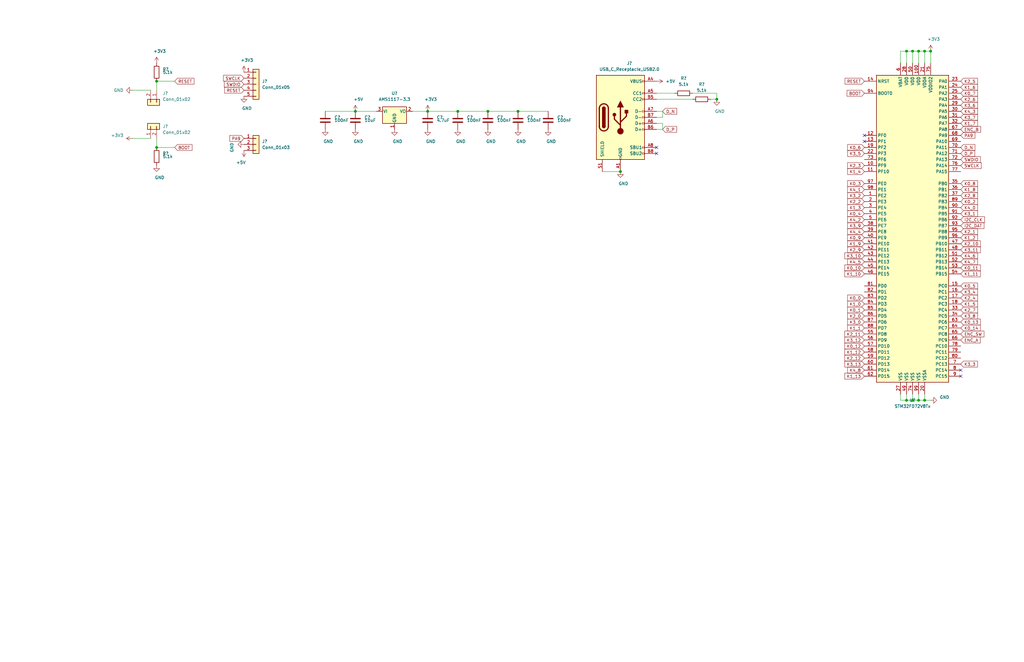
<source format=kicad_sch>
(kicad_sch (version 20211123) (generator eeschema)
  (paper "USLedger")
  (lib_symbols
    (symbol "Connector:USB_C_Receptacle_USB2.0" (pin_names (offset 1.016))
      (property "Reference" "J" (at -10.16 19.05 0))
      (property "Value" "USB_C_Receptacle_USB2.0" (at 19.05 19.05 0))
      (symbol "USB_C_Receptacle_USB2.0_0_0"
        (rectangle (start -0.254 -17.78) (end 0.254 -16.764))
        (rectangle (start 10.16 -14.986) (end 9.144 -15.494))
        (rectangle (start 10.16 -12.446) (end 9.144 -12.954))
        (rectangle (start 10.16 -4.826) (end 9.144 -5.334))
        (rectangle (start 10.16 -2.286) (end 9.144 -2.794))
        (rectangle (start 10.16 0.254) (end 9.144 -0.254))
        (rectangle (start 10.16 2.794) (end 9.144 2.286))
        (rectangle (start 10.16 7.874) (end 9.144 7.366))
        (rectangle (start 10.16 10.414) (end 9.144 9.906))
        (rectangle (start 10.16 15.494) (end 9.144 14.986))
      )
      (symbol "USB_C_Receptacle_USB2.0_0_1"
        (rectangle (start -10.16 17.78) (end 10.16 -17.78) (stroke (width 0.254)) (fill (type background)))
        (arc (start -8.89 -3.81) (mid -6.985 -5.715) (end -5.08 -3.81) (stroke (width 0.508)))
        (arc (start -7.62 -3.81) (mid -6.985 -4.445) (end -6.35 -3.81) (stroke (width 0.254)))
        (arc (start -7.62 -3.81) (mid -6.985 -4.445) (end -6.35 -3.81) (stroke (width 0.254)) (fill (type outline)))
        (rectangle (start -7.62 -3.81) (end -6.35 3.81) (stroke (width 0.254)) (fill (type outline)))
        (arc (start -6.35 3.81) (mid -6.985 4.445) (end -7.62 3.81) (stroke (width 0.254)))
        (arc (start -6.35 3.81) (mid -6.985 4.445) (end -7.62 3.81) (stroke (width 0.254)) (fill (type outline)))
        (arc (start -5.08 3.81) (mid -6.985 5.715) (end -8.89 3.81) (stroke (width 0.508)))
        (circle (center -2.54 1.143) (radius 0.635) (stroke (width 0.254)) (fill (type outline)))
        (circle (center 0 -5.842) (radius 1.27) (fill (type outline)))
        (polyline (pts (xy -8.89 -3.81) (xy -8.89 3.81)) (stroke (width 0.508)))
        (polyline (pts (xy -5.08 3.81) (xy -5.08 -3.81)) (stroke (width 0.508)))
        (polyline (pts (xy 0 -5.842) (xy 0 4.318)) (stroke (width 0.508)))
        (polyline (pts (xy 0 -3.302) (xy -2.54 -0.762) (xy -2.54 0.508)) (stroke (width 0.508)))
        (polyline (pts (xy 0 -2.032) (xy 2.54 0.508) (xy 2.54 1.778)) (stroke (width 0.508)))
        (polyline (pts (xy -1.27 4.318) (xy 0 6.858) (xy 1.27 4.318) (xy -1.27 4.318)) (stroke (width 0.254)) (fill (type outline)))
        (rectangle (start 1.905 1.778) (end 3.175 3.048) (stroke (width 0.254)) (fill (type outline)))
      )
      (symbol "USB_C_Receptacle_USB2.0_1_1"
        (pin passive line (at 0 -22.86 90) (length 5.08) (name "GND") (number "A1"))
        (pin passive line (at 0 -22.86 90) (length 5.08) hide (name "GND") (number "A12"))
        (pin passive line (at 15.24 15.24 180) (length 5.08) (name "VBUS") (number "A4"))
        (pin bidirectional line (at 15.24 10.16 180) (length 5.08) (name "CC1") (number "A5"))
        (pin bidirectional line (at 15.24 -2.54 180) (length 5.08) (name "D+") (number "A6"))
        (pin bidirectional line (at 15.24 2.54 180) (length 5.08) (name "D-") (number "A7"))
        (pin bidirectional line (at 15.24 -12.7 180) (length 5.08) (name "SBU1") (number "A8"))
        (pin passive line (at 15.24 15.24 180) (length 5.08) hide (name "VBUS") (number "A9"))
        (pin passive line (at 0 -22.86 90) (length 5.08) hide (name "GND") (number "B1"))
        (pin passive line (at 0 -22.86 90) (length 5.08) hide (name "GND") (number "B12"))
        (pin passive line (at 15.24 15.24 180) (length 5.08) hide (name "VBUS") (number "B4"))
        (pin bidirectional line (at 15.24 7.62 180) (length 5.08) (name "CC2") (number "B5"))
        (pin bidirectional line (at 15.24 -5.08 180) (length 5.08) (name "D+") (number "B6"))
        (pin bidirectional line (at 15.24 0 180) (length 5.08) (name "D-") (number "B7"))
        (pin bidirectional line (at 15.24 -15.24 180) (length 5.08) (name "SBU2") (number "B8"))
        (pin passive line (at 15.24 15.24 180) (length 5.08) hide (name "VBUS") (number "B9"))
        (pin passive line (at -7.62 -22.86 90) (length 5.08) (name "SHIELD") (number "S1"))
      )
    )
    (symbol "Connector_Generic:Conn_01x02" (pin_names (offset 1.016) hide)
      (property "Reference" "J" (at 0 2.54 0))
      (property "Value" "Conn_01x02" (at 0 -5.08 0))
      (symbol "Conn_01x02_1_1"
        (rectangle (start -1.27 -2.413) (end 0 -2.667) (stroke (width 0.1524)))
        (rectangle (start -1.27 0.127) (end 0 -0.127) (stroke (width 0.1524)))
        (rectangle (start -1.27 1.27) (end 1.27 -3.81) (stroke (width 0.254)) (fill (type background)))
        (pin passive line (at -5.08 0 0) (length 3.81) (name "Pin_1") (number "1"))
        (pin passive line (at -5.08 -2.54 0) (length 3.81) (name "Pin_2") (number "2"))
      )
    )
    (symbol "Connector_Generic:Conn_01x03" (pin_names (offset 1.016) hide)
      (property "Reference" "J" (at 0 5.08 0))
      (property "Value" "Conn_01x03" (at 0 -5.08 0))
      (symbol "Conn_01x03_1_1"
        (rectangle (start -1.27 -2.413) (end 0 -2.667) (stroke (width 0.1524)))
        (rectangle (start -1.27 0.127) (end 0 -0.127) (stroke (width 0.1524)))
        (rectangle (start -1.27 2.667) (end 0 2.413) (stroke (width 0.1524)))
        (rectangle (start -1.27 3.81) (end 1.27 -3.81) (stroke (width 0.254)) (fill (type background)))
        (pin passive line (at -5.08 2.54 0) (length 3.81) (name "Pin_1") (number "1"))
        (pin passive line (at -5.08 0 0) (length 3.81) (name "Pin_2") (number "2"))
        (pin passive line (at -5.08 -2.54 0) (length 3.81) (name "Pin_3") (number "3"))
      )
    )
    (symbol "Connector_Generic:Conn_01x05" (pin_names (offset 1.016) hide)
      (property "Reference" "J" (at 0 7.62 0))
      (property "Value" "Conn_01x05" (at 0 -7.62 0))
      (symbol "Conn_01x05_1_1"
        (rectangle (start -1.27 -4.953) (end 0 -5.207) (stroke (width 0.1524)))
        (rectangle (start -1.27 -2.413) (end 0 -2.667) (stroke (width 0.1524)))
        (rectangle (start -1.27 0.127) (end 0 -0.127) (stroke (width 0.1524)))
        (rectangle (start -1.27 2.667) (end 0 2.413) (stroke (width 0.1524)))
        (rectangle (start -1.27 5.207) (end 0 4.953) (stroke (width 0.1524)))
        (rectangle (start -1.27 6.35) (end 1.27 -6.35) (stroke (width 0.254)) (fill (type background)))
        (pin passive line (at -5.08 5.08 0) (length 3.81) (name "Pin_1") (number "1"))
        (pin passive line (at -5.08 2.54 0) (length 3.81) (name "Pin_2") (number "2"))
        (pin passive line (at -5.08 0 0) (length 3.81) (name "Pin_3") (number "3"))
        (pin passive line (at -5.08 -2.54 0) (length 3.81) (name "Pin_4") (number "4"))
        (pin passive line (at -5.08 -5.08 0) (length 3.81) (name "Pin_5") (number "5"))
      )
    )
    (symbol "Device:C" (pin_numbers hide) (pin_names (offset 0.254))
      (property "Reference" "C" (at 0.635 2.54 0))
      (property "Value" "C" (at 0.635 -2.54 0))
      (symbol "C_0_1"
        (polyline (pts (xy -2.032 -0.762) (xy 2.032 -0.762)) (stroke (width 0.508)))
        (polyline (pts (xy -2.032 0.762) (xy 2.032 0.762)) (stroke (width 0.508)))
      )
      (symbol "C_1_1"
        (pin passive line (at 0 3.81 270) (length 2.794) (name "~") (number "1"))
        (pin passive line (at 0 -3.81 90) (length 2.794) (name "~") (number "2"))
      )
    )
    (symbol "Device:R" (pin_numbers hide) (pin_names (offset 0))
      (property "Reference" "R" (at 2.032 0 90))
      (property "Value" "R" (at 0 0 90))
      (symbol "R_0_1"
        (rectangle (start -1.016 -2.54) (end 1.016 2.54) (stroke (width 0.254)))
      )
      (symbol "R_1_1"
        (pin passive line (at 0 3.81 270) (length 1.27) (name "~") (number "1"))
        (pin passive line (at 0 -3.81 90) (length 1.27) (name "~") (number "2"))
      )
    )
    (symbol "MCU_ST_STM32F0:STM32F072V8Tx"
      (property "Reference" "U" (at -15.24 64.77 0))
      (property "Value" "STM32F072V8Tx" (at 10.16 64.77 0))
      (symbol "STM32F072V8Tx_0_1"
        (rectangle (start -15.24 -66.04) (end 15.24 63.5) (stroke (width 0.254)) (fill (type background)))
      )
      (symbol "STM32F072V8Tx_1_1"
        (pin bidirectional line (at -20.32 12.7 0) (length 5.08) (name "PE2") (number "1"))
        (pin bidirectional line (at -20.32 25.4 0) (length 5.08) (name "PF9") (number "10"))
        (pin power_in line (at 2.54 68.58 270) (length 5.08) (name "VDD") (number "100"))
        (pin bidirectional line (at -20.32 22.86 0) (length 5.08) (name "PF10") (number "11"))
        (pin input line (at -20.32 38.1 0) (length 5.08) (name "PF0") (number "12"))
        (pin input line (at -20.32 35.56 0) (length 5.08) (name "PF1") (number "13"))
        (pin input line (at -20.32 60.96 0) (length 5.08) (name "NRST") (number "14"))
        (pin bidirectional line (at 20.32 -25.4 180) (length 5.08) (name "PC0") (number "15"))
        (pin bidirectional line (at 20.32 -27.94 180) (length 5.08) (name "PC1") (number "16"))
        (pin bidirectional line (at 20.32 -30.48 180) (length 5.08) (name "PC2") (number "17"))
        (pin bidirectional line (at 20.32 -33.02 180) (length 5.08) (name "PC3") (number "18"))
        (pin bidirectional line (at -20.32 33.02 0) (length 5.08) (name "PF2") (number "19"))
        (pin bidirectional line (at -20.32 10.16 0) (length 5.08) (name "PE3") (number "2"))
        (pin power_in line (at 5.08 -71.12 90) (length 5.08) (name "VSSA") (number "20"))
        (pin power_in line (at 5.08 68.58 270) (length 5.08) (name "VDDA") (number "21"))
        (pin bidirectional line (at -20.32 30.48 0) (length 5.08) (name "PF3") (number "22"))
        (pin bidirectional line (at 20.32 60.96 180) (length 5.08) (name "PA0") (number "23"))
        (pin bidirectional line (at 20.32 58.42 180) (length 5.08) (name "PA1") (number "24"))
        (pin bidirectional line (at 20.32 55.88 180) (length 5.08) (name "PA2") (number "25"))
        (pin bidirectional line (at 20.32 53.34 180) (length 5.08) (name "PA3") (number "26"))
        (pin power_in line (at -5.08 -71.12 90) (length 5.08) (name "VSS") (number "27"))
        (pin power_in line (at -2.54 68.58 270) (length 5.08) (name "VDD") (number "28"))
        (pin bidirectional line (at 20.32 50.8 180) (length 5.08) (name "PA4") (number "29"))
        (pin bidirectional line (at -20.32 7.62 0) (length 5.08) (name "PE4") (number "3"))
        (pin bidirectional line (at 20.32 48.26 180) (length 5.08) (name "PA5") (number "30"))
        (pin bidirectional line (at 20.32 45.72 180) (length 5.08) (name "PA6") (number "31"))
        (pin bidirectional line (at 20.32 43.18 180) (length 5.08) (name "PA7") (number "32"))
        (pin bidirectional line (at 20.32 -35.56 180) (length 5.08) (name "PC4") (number "33"))
        (pin bidirectional line (at 20.32 -38.1 180) (length 5.08) (name "PC5") (number "34"))
        (pin bidirectional line (at 20.32 17.78 180) (length 5.08) (name "PB0") (number "35"))
        (pin bidirectional line (at 20.32 15.24 180) (length 5.08) (name "PB1") (number "36"))
        (pin bidirectional line (at 20.32 12.7 180) (length 5.08) (name "PB2") (number "37"))
        (pin bidirectional line (at -20.32 0 0) (length 5.08) (name "PE7") (number "38"))
        (pin bidirectional line (at -20.32 -2.54 0) (length 5.08) (name "PE8") (number "39"))
        (pin bidirectional line (at -20.32 5.08 0) (length 5.08) (name "PE5") (number "4"))
        (pin bidirectional line (at -20.32 -5.08 0) (length 5.08) (name "PE9") (number "40"))
        (pin bidirectional line (at -20.32 -7.62 0) (length 5.08) (name "PE10") (number "41"))
        (pin bidirectional line (at -20.32 -10.16 0) (length 5.08) (name "PE11") (number "42"))
        (pin bidirectional line (at -20.32 -12.7 0) (length 5.08) (name "PE12") (number "43"))
        (pin bidirectional line (at -20.32 -15.24 0) (length 5.08) (name "PE13") (number "44"))
        (pin bidirectional line (at -20.32 -17.78 0) (length 5.08) (name "PE14") (number "45"))
        (pin bidirectional line (at -20.32 -20.32 0) (length 5.08) (name "PE15") (number "46"))
        (pin bidirectional line (at 20.32 -7.62 180) (length 5.08) (name "PB10") (number "47"))
        (pin bidirectional line (at 20.32 -10.16 180) (length 5.08) (name "PB11") (number "48"))
        (pin power_in line (at -2.54 -71.12 90) (length 5.08) (name "VSS") (number "49"))
        (pin bidirectional line (at -20.32 2.54 0) (length 5.08) (name "PE6") (number "5"))
        (pin power_in line (at 0 68.58 270) (length 5.08) (name "VDD") (number "50"))
        (pin bidirectional line (at 20.32 -12.7 180) (length 5.08) (name "PB12") (number "51"))
        (pin bidirectional line (at 20.32 -15.24 180) (length 5.08) (name "PB13") (number "52"))
        (pin bidirectional line (at 20.32 -17.78 180) (length 5.08) (name "PB14") (number "53"))
        (pin bidirectional line (at 20.32 -20.32 180) (length 5.08) (name "PB15") (number "54"))
        (pin bidirectional line (at -20.32 -45.72 0) (length 5.08) (name "PD8") (number "55"))
        (pin bidirectional line (at -20.32 -48.26 0) (length 5.08) (name "PD9") (number "56"))
        (pin bidirectional line (at -20.32 -50.8 0) (length 5.08) (name "PD10") (number "57"))
        (pin bidirectional line (at -20.32 -53.34 0) (length 5.08) (name "PD11") (number "58"))
        (pin bidirectional line (at -20.32 -55.88 0) (length 5.08) (name "PD12") (number "59"))
        (pin power_in line (at -5.08 68.58 270) (length 5.08) (name "VBAT") (number "6"))
        (pin bidirectional line (at -20.32 -58.42 0) (length 5.08) (name "PD13") (number "60"))
        (pin bidirectional line (at -20.32 -60.96 0) (length 5.08) (name "PD14") (number "61"))
        (pin bidirectional line (at -20.32 -63.5 0) (length 5.08) (name "PD15") (number "62"))
        (pin bidirectional line (at 20.32 -40.64 180) (length 5.08) (name "PC6") (number "63"))
        (pin bidirectional line (at 20.32 -43.18 180) (length 5.08) (name "PC7") (number "64"))
        (pin bidirectional line (at 20.32 -45.72 180) (length 5.08) (name "PC8") (number "65"))
        (pin bidirectional line (at 20.32 -48.26 180) (length 5.08) (name "PC9") (number "66"))
        (pin bidirectional line (at 20.32 40.64 180) (length 5.08) (name "PA8") (number "67"))
        (pin bidirectional line (at 20.32 38.1 180) (length 5.08) (name "PA9") (number "68"))
        (pin bidirectional line (at 20.32 35.56 180) (length 5.08) (name "PA10") (number "69"))
        (pin bidirectional line (at 20.32 -58.42 180) (length 5.08) (name "PC13") (number "7"))
        (pin bidirectional line (at 20.32 33.02 180) (length 5.08) (name "PA11") (number "70"))
        (pin bidirectional line (at 20.32 30.48 180) (length 5.08) (name "PA12") (number "71"))
        (pin bidirectional line (at 20.32 27.94 180) (length 5.08) (name "PA13") (number "72"))
        (pin bidirectional line (at -20.32 27.94 0) (length 5.08) (name "PF6") (number "73"))
        (pin power_in line (at 0 -71.12 90) (length 5.08) (name "VSS") (number "74"))
        (pin power_in line (at 7.62 68.58 270) (length 5.08) (name "VDDIO2") (number "75"))
        (pin bidirectional line (at 20.32 25.4 180) (length 5.08) (name "PA14") (number "76"))
        (pin bidirectional line (at 20.32 22.86 180) (length 5.08) (name "PA15") (number "77"))
        (pin bidirectional line (at 20.32 -50.8 180) (length 5.08) (name "PC10") (number "78"))
        (pin bidirectional line (at 20.32 -53.34 180) (length 5.08) (name "PC11") (number "79"))
        (pin bidirectional line (at 20.32 -60.96 180) (length 5.08) (name "PC14") (number "8"))
        (pin bidirectional line (at 20.32 -55.88 180) (length 5.08) (name "PC12") (number "80"))
        (pin bidirectional line (at -20.32 -25.4 0) (length 5.08) (name "PD0") (number "81"))
        (pin bidirectional line (at -20.32 -27.94 0) (length 5.08) (name "PD1") (number "82"))
        (pin bidirectional line (at -20.32 -30.48 0) (length 5.08) (name "PD2") (number "83"))
        (pin bidirectional line (at -20.32 -33.02 0) (length 5.08) (name "PD3") (number "84"))
        (pin bidirectional line (at -20.32 -35.56 0) (length 5.08) (name "PD4") (number "85"))
        (pin bidirectional line (at -20.32 -38.1 0) (length 5.08) (name "PD5") (number "86"))
        (pin bidirectional line (at -20.32 -40.64 0) (length 5.08) (name "PD6") (number "87"))
        (pin bidirectional line (at -20.32 -43.18 0) (length 5.08) (name "PD7") (number "88"))
        (pin bidirectional line (at 20.32 10.16 180) (length 5.08) (name "PB3") (number "89"))
        (pin bidirectional line (at 20.32 -63.5 180) (length 5.08) (name "PC15") (number "9"))
        (pin bidirectional line (at 20.32 7.62 180) (length 5.08) (name "PB4") (number "90"))
        (pin bidirectional line (at 20.32 5.08 180) (length 5.08) (name "PB5") (number "91"))
        (pin bidirectional line (at 20.32 2.54 180) (length 5.08) (name "PB6") (number "92"))
        (pin bidirectional line (at 20.32 0 180) (length 5.08) (name "PB7") (number "93"))
        (pin input line (at -20.32 55.88 0) (length 5.08) (name "BOOT0") (number "94"))
        (pin bidirectional line (at 20.32 -2.54 180) (length 5.08) (name "PB8") (number "95"))
        (pin bidirectional line (at 20.32 -5.08 180) (length 5.08) (name "PB9") (number "96"))
        (pin bidirectional line (at -20.32 17.78 0) (length 5.08) (name "PE0") (number "97"))
        (pin bidirectional line (at -20.32 15.24 0) (length 5.08) (name "PE1") (number "98"))
        (pin power_in line (at 2.54 -71.12 90) (length 5.08) (name "VSS") (number "99"))
      )
    )
    (symbol "Regulator_Linear:AMS1117-3.3" (pin_names (offset 0.254))
      (property "Reference" "U" (at -3.81 3.175 0))
      (property "Value" "AMS1117-3.3" (at 0 3.175 0))
      (symbol "AMS1117-3.3_0_1"
        (rectangle (start -5.08 -5.08) (end 5.08 1.905) (stroke (width 0.254)) (fill (type background)))
      )
      (symbol "AMS1117-3.3_1_1"
        (pin power_in line (at 0 -7.62 90) (length 2.54) (name "GND") (number "1"))
        (pin power_out line (at 7.62 0 180) (length 2.54) (name "VO") (number "2"))
        (pin power_in line (at -7.62 0 0) (length 2.54) (name "VI") (number "3"))
      )
    )
    (symbol "power:+3V3" (power) (pin_names (offset 0))
      (property "Value" "+3V3" (at 0 3.556 0))
      (symbol "+3V3_0_1"
        (polyline (pts (xy -0.762 1.27) (xy 0 2.54)))
        (polyline (pts (xy 0 0) (xy 0 2.54)))
        (polyline (pts (xy 0 2.54) (xy 0.762 1.27)))
      )
      (symbol "+3V3_1_1"
        (pin power_in line (at 0 0 90) (length 0) hide (name "+3V3") (number "1"))
      )
    )
    (symbol "power:+5V" (power) (pin_names (offset 0))
      (property "Value" "+5V" (at 0 3.556 0))
      (symbol "+5V_0_1"
        (polyline (pts (xy -0.762 1.27) (xy 0 2.54)))
        (polyline (pts (xy 0 0) (xy 0 2.54)))
        (polyline (pts (xy 0 2.54) (xy 0.762 1.27)))
      )
      (symbol "+5V_1_1"
        (pin power_in line (at 0 0 90) (length 0) hide (name "+5V") (number "1"))
      )
    )
    (symbol "power:GND" (power) (pin_names (offset 0))
      (property "Value" "GND" (at 0 -3.81 0))
      (symbol "GND_0_1"
        (polyline (pts (xy 0 0) (xy 0 -1.27) (xy 1.27 -1.27) (xy 0 -2.54) (xy -1.27 -1.27) (xy 0 -1.27)))
      )
      (symbol "GND_1_1"
        (pin power_in line (at 0 0 270) (length 0) hide (name "GND") (number "1"))
      )
    )
  )
  (junction (at 387.35 168.91) (diameter 1.016))
  (junction (at 384.81 21.59) (diameter 1.016))
  (junction (at 392.43 21.59) (diameter 1.016))
  (junction (at 382.27 168.91) (diameter 1.016))
  (junction (at 66.04 34.29) (diameter 1.016))
  (junction (at 382.27 21.59) (diameter 1.016))
  (junction (at 261.62 72.39) (diameter 1.016))
  (junction (at 387.35 21.59) (diameter 1.016))
  (junction (at 384.81 168.91) (diameter 1.016))
  (junction (at 302.26 41.91) (diameter 1.016))
  (junction (at 66.04 62.23) (diameter 1.016))
  (junction (at 205.74 46.99) (diameter 1.016))
  (junction (at 389.89 168.91) (diameter 1.016))
  (junction (at 193.04 46.99) (diameter 1.016))
  (junction (at 180.34 46.99) (diameter 1.016))
  (junction (at 389.89 21.59) (diameter 1.016))
  (junction (at 149.86 46.99) (diameter 1.016))
  (junction (at 218.44 46.99) (diameter 1.016))
  (no_connect (at 364.49 59.69))
  (no_connect (at 405.13 158.75))
  (no_connect (at 276.86 62.23))
  (no_connect (at 276.86 64.77))
  (no_connect (at 364.49 57.15))
  (no_connect (at 405.13 156.21))
  (wire (pts (xy 382.27 21.59) (xy 382.27 26.67)))
  (wire (pts (xy 193.04 46.99) (xy 205.74 46.99)))
  (wire (pts (xy 276.86 54.61) (xy 279.4 54.61)))
  (wire (pts (xy 382.27 166.37) (xy 382.27 168.91)))
  (wire (pts (xy 382.27 21.59) (xy 384.81 21.59)))
  (wire (pts (xy 205.74 46.99) (xy 218.44 46.99)))
  (wire (pts (xy 387.35 168.91) (xy 389.89 168.91)))
  (wire (pts (xy 276.86 39.37) (xy 284.48 39.37)))
  (wire (pts (xy 379.73 166.37) (xy 379.73 168.91)))
  (wire (pts (xy 299.72 41.91) (xy 302.26 41.91)))
  (wire (pts (xy 279.4 52.07) (xy 279.4 54.61)))
  (wire (pts (xy 389.89 21.59) (xy 392.43 21.59)))
  (wire (pts (xy 276.86 41.91) (xy 292.1 41.91)))
  (wire (pts (xy 292.1 39.37) (xy 302.26 39.37)))
  (wire (pts (xy 55.88 38.1) (xy 63.5 38.1)))
  (wire (pts (xy 276.86 46.99) (xy 279.4 46.99)))
  (wire (pts (xy 254 72.39) (xy 261.62 72.39)))
  (wire (pts (xy 173.99 46.99) (xy 180.34 46.99)))
  (wire (pts (xy 384.81 21.59) (xy 387.35 21.59)))
  (wire (pts (xy 389.89 21.59) (xy 389.89 26.67)))
  (wire (pts (xy 379.73 21.59) (xy 382.27 21.59)))
  (wire (pts (xy 180.34 46.99) (xy 193.04 46.99)))
  (wire (pts (xy 387.35 21.59) (xy 387.35 26.67)))
  (wire (pts (xy 55.88 58.42) (xy 63.5 58.42)))
  (wire (pts (xy 384.81 21.59) (xy 384.81 26.67)))
  (wire (pts (xy 384.81 168.91) (xy 387.35 168.91)))
  (wire (pts (xy 379.73 168.91) (xy 382.27 168.91)))
  (wire (pts (xy 137.16 46.99) (xy 149.86 46.99)))
  (wire (pts (xy 66.04 62.23) (xy 73.66 62.23)))
  (wire (pts (xy 279.4 49.53) (xy 279.4 46.99)))
  (wire (pts (xy 389.89 168.91) (xy 392.43 168.91)))
  (wire (pts (xy 379.73 26.67) (xy 379.73 21.59)))
  (wire (pts (xy 276.86 52.07) (xy 279.4 52.07)))
  (wire (pts (xy 149.86 46.99) (xy 158.75 46.99)))
  (wire (pts (xy 276.86 49.53) (xy 279.4 49.53)))
  (wire (pts (xy 66.04 58.42) (xy 66.04 62.23)))
  (wire (pts (xy 392.43 21.59) (xy 392.43 26.67)))
  (wire (pts (xy 218.44 46.99) (xy 231.14 46.99)))
  (wire (pts (xy 302.26 39.37) (xy 302.26 41.91)))
  (wire (pts (xy 66.04 34.29) (xy 66.04 38.1)))
  (wire (pts (xy 389.89 166.37) (xy 389.89 168.91)))
  (wire (pts (xy 387.35 21.59) (xy 389.89 21.59)))
  (wire (pts (xy 382.27 168.91) (xy 384.81 168.91)))
  (wire (pts (xy 384.81 166.37) (xy 384.81 168.91)))
  (wire (pts (xy 66.04 34.29) (xy 73.66 34.29)))
  (wire (pts (xy 387.35 166.37) (xy 387.35 168.91)))
  (global_label "K1_13" (shape input) (at 364.49 158.75 180) (property "Intersheet References" "${INTERSHEET_REFS}" (effects hide)))
  (global_label "K0_8" (shape input) (at 405.13 77.47 0) (property "Intersheet References" "${INTERSHEET_REFS}" (effects hide)))
  (global_label "K1_4" (shape input) (at 364.49 72.39 180) (property "Intersheet References" "${INTERSHEET_REFS}" (effects hide)))
  (global_label "K0_1" (shape input) (at 364.49 130.81 180) (property "Intersheet References" "${INTERSHEET_REFS}" (effects hide)))
  (global_label "K1_0" (shape input) (at 364.49 128.27 180) (property "Intersheet References" "${INTERSHEET_REFS}" (effects hide)))
  (global_label "K0_11" (shape input) (at 405.13 113.03 0) (property "Intersheet References" "${INTERSHEET_REFS}" (effects hide)))
  (global_label "K1_6" (shape input) (at 405.13 36.83 0) (property "Intersheet References" "${INTERSHEET_REFS}" (effects hide)))
  (global_label "K0_4" (shape input) (at 364.49 90.17 180) (property "Intersheet References" "${INTERSHEET_REFS}" (effects hide)))
  (global_label "K3_9" (shape input) (at 364.49 95.25 180) (property "Intersheet References" "${INTERSHEET_REFS}" (effects hide)))
  (global_label "RESET" (shape input) (at 102.87 38.1 180) (property "Intersheet References" "${INTERSHEET_REFS}" (effects hide)))
  (global_label "K1_9" (shape input) (at 364.49 102.87 180) (property "Intersheet References" "${INTERSHEET_REFS}" (effects hide)))
  (global_label "PA9" (shape input) (at 102.87 58.42 180) (property "Intersheet References" "${INTERSHEET_REFS}" (effects hide)))
  (global_label "K4_6" (shape input) (at 405.13 107.95 0) (property "Intersheet References" "${INTERSHEET_REFS}" (effects hide)))
  (global_label "K2_4" (shape input) (at 405.13 125.73 0) (property "Intersheet References" "${INTERSHEET_REFS}" (effects hide)))
  (global_label "K0_13" (shape input) (at 405.13 135.89 0) (property "Intersheet References" "${INTERSHEET_REFS}" (effects hide)))
  (global_label "K0_2" (shape input) (at 405.13 85.09 0) (property "Intersheet References" "${INTERSHEET_REFS}" (effects hide)))
  (global_label "SWDIO" (shape input) (at 102.87 35.56 180) (property "Intersheet References" "${INTERSHEET_REFS}" (effects hide)))
  (global_label "K1_11" (shape input) (at 405.13 115.57 0) (property "Intersheet References" "${INTERSHEET_REFS}" (effects hide)))
  (global_label "K2_9" (shape input) (at 364.49 105.41 180) (property "Intersheet References" "${INTERSHEET_REFS}" (effects hide)))
  (global_label "PA9" (shape input) (at 405.13 57.15 0) (property "Intersheet References" "${INTERSHEET_REFS}" (effects hide)))
  (global_label "K0_0" (shape input) (at 364.49 125.73 180) (property "Intersheet References" "${INTERSHEET_REFS}" (effects hide)))
  (global_label "ENC_SW" (shape input) (at 405.13 140.97 0) (property "Intersheet References" "${INTERSHEET_REFS}" (effects hide)))
  (global_label "K0_7" (shape input) (at 405.13 39.37 0) (property "Intersheet References" "${INTERSHEET_REFS}" (effects hide)))
  (global_label "K4_7" (shape input) (at 405.13 110.49 0) (property "Intersheet References" "${INTERSHEET_REFS}" (effects hide)))
  (global_label "K0_3" (shape input) (at 364.49 77.47 180) (property "Intersheet References" "${INTERSHEET_REFS}" (effects hide)))
  (global_label "K3_6" (shape input) (at 405.13 44.45 0) (property "Intersheet References" "${INTERSHEET_REFS}" (effects hide)))
  (global_label "K3_11" (shape input) (at 405.13 105.41 0) (property "Intersheet References" "${INTERSHEET_REFS}" (effects hide)))
  (global_label "SWCLK" (shape input) (at 102.87 33.02 180) (property "Intersheet References" "${INTERSHEET_REFS}" (effects hide)))
  (global_label "K4_5" (shape input) (at 364.49 110.49 180) (property "Intersheet References" "${INTERSHEET_REFS}" (effects hide)))
  (global_label "D_P" (shape input) (at 279.4 54.61 0) (property "Intersheet References" "${INTERSHEET_REFS}" (effects hide)))
  (global_label "K1_7" (shape input) (at 405.13 52.07 0) (property "Intersheet References" "${INTERSHEET_REFS}" (effects hide)))
  (global_label "K3_3" (shape input) (at 405.13 153.67 0) (property "Intersheet References" "${INTERSHEET_REFS}" (effects hide)))
  (global_label "K2_5" (shape input) (at 405.13 34.29 0) (property "Intersheet References" "${INTERSHEET_REFS}" (effects hide)))
  (global_label "K0_6" (shape input) (at 364.49 62.23 180) (property "Intersheet References" "${INTERSHEET_REFS}" (effects hide)))
  (global_label "K3_13" (shape input) (at 364.49 153.67 180) (property "Intersheet References" "${INTERSHEET_REFS}" (effects hide)))
  (global_label "K1_3" (shape input) (at 364.49 87.63 180) (property "Intersheet References" "${INTERSHEET_REFS}" (effects hide)))
  (global_label "K0_12" (shape input) (at 364.49 146.05 180) (property "Intersheet References" "${INTERSHEET_REFS}" (effects hide)))
  (global_label "BOOT" (shape input) (at 73.66 62.23 0) (property "Intersheet References" "${INTERSHEET_REFS}" (effects hide)))
  (global_label "K0_10" (shape input) (at 364.49 113.03 180) (property "Intersheet References" "${INTERSHEET_REFS}" (effects hide)))
  (global_label "K3_5" (shape input) (at 364.49 64.77 180) (property "Intersheet References" "${INTERSHEET_REFS}" (effects hide)))
  (global_label "K3_1" (shape input) (at 405.13 90.17 0) (property "Intersheet References" "${INTERSHEET_REFS}" (effects hide)))
  (global_label "K3_0" (shape input) (at 364.49 135.89 180) (property "Intersheet References" "${INTERSHEET_REFS}" (effects hide)))
  (global_label "K1_1" (shape input) (at 364.49 138.43 180) (property "Intersheet References" "${INTERSHEET_REFS}" (effects hide)))
  (global_label "SWCLK" (shape input) (at 405.13 69.85 0) (property "Intersheet References" "${INTERSHEET_REFS}" (effects hide)))
  (global_label "K1_10" (shape input) (at 364.49 115.57 180) (property "Intersheet References" "${INTERSHEET_REFS}" (effects hide)))
  (global_label "K1_8" (shape input) (at 405.13 80.01 0) (property "Intersheet References" "${INTERSHEET_REFS}" (effects hide)))
  (global_label "K3_7" (shape input) (at 405.13 49.53 0) (property "Intersheet References" "${INTERSHEET_REFS}" (effects hide)))
  (global_label "K2_12" (shape input) (at 364.49 151.13 180) (property "Intersheet References" "${INTERSHEET_REFS}" (effects hide)))
  (global_label "K1_12" (shape input) (at 364.49 148.59 180) (property "Intersheet References" "${INTERSHEET_REFS}" (effects hide)))
  (global_label "K2_3" (shape input) (at 364.49 69.85 180) (property "Intersheet References" "${INTERSHEET_REFS}" (effects hide)))
  (global_label "K2_2" (shape input) (at 364.49 85.09 180) (property "Intersheet References" "${INTERSHEET_REFS}" (effects hide)))
  (global_label "K4_3" (shape input) (at 405.13 46.99 0) (property "Intersheet References" "${INTERSHEET_REFS}" (effects hide)))
  (global_label "K3_12" (shape input) (at 364.49 143.51 180) (property "Intersheet References" "${INTERSHEET_REFS}" (effects hide)))
  (global_label "K4_2" (shape input) (at 364.49 92.71 180) (property "Intersheet References" "${INTERSHEET_REFS}" (effects hide)))
  (global_label "K3_10" (shape input) (at 364.49 107.95 180) (property "Intersheet References" "${INTERSHEET_REFS}" (effects hide)))
  (global_label "D_P" (shape input) (at 405.13 64.77 0) (property "Intersheet References" "${INTERSHEET_REFS}" (effects hide)))
  (global_label "K4_8" (shape input) (at 364.49 156.21 180) (property "Intersheet References" "${INTERSHEET_REFS}" (effects hide)))
  (global_label "K2_10" (shape input) (at 405.13 102.87 0) (property "Intersheet References" "${INTERSHEET_REFS}" (effects hide)))
  (global_label "K2_11" (shape input) (at 364.49 140.97 180) (property "Intersheet References" "${INTERSHEET_REFS}" (effects hide)))
  (global_label "K1_5" (shape input) (at 405.13 128.27 0) (property "Intersheet References" "${INTERSHEET_REFS}" (effects hide)))
  (global_label "K2_6" (shape input) (at 405.13 41.91 0) (property "Intersheet References" "${INTERSHEET_REFS}" (effects hide)))
  (global_label "K4_4" (shape input) (at 364.49 97.79 180) (property "Intersheet References" "${INTERSHEET_REFS}" (effects hide)))
  (global_label "K2_7" (shape input) (at 405.13 130.81 0) (property "Intersheet References" "${INTERSHEET_REFS}" (effects hide)))
  (global_label "K2_0" (shape input) (at 364.49 133.35 180) (property "Intersheet References" "${INTERSHEET_REFS}" (effects hide)))
  (global_label "K3_8" (shape input) (at 405.13 133.35 0) (property "Intersheet References" "${INTERSHEET_REFS}" (effects hide)))
  (global_label "K4_0" (shape input) (at 405.13 87.63 0) (property "Intersheet References" "${INTERSHEET_REFS}" (effects hide)))
  (global_label "K0_14" (shape input) (at 405.13 138.43 0) (property "Intersheet References" "${INTERSHEET_REFS}" (effects hide)))
  (global_label "K2_1" (shape input) (at 405.13 97.79 0) (property "Intersheet References" "${INTERSHEET_REFS}" (effects hide)))
  (global_label "K4_1" (shape input) (at 364.49 80.01 180) (property "Intersheet References" "${INTERSHEET_REFS}" (effects hide)))
  (global_label "SWDIO" (shape input) (at 405.13 67.31 0) (property "Intersheet References" "${INTERSHEET_REFS}" (effects hide)))
  (global_label "ENC_B" (shape input) (at 405.13 54.61 0) (property "Intersheet References" "${INTERSHEET_REFS}" (effects hide)))
  (global_label "D_N" (shape input) (at 405.13 62.23 0) (property "Intersheet References" "${INTERSHEET_REFS}" (effects hide)))
  (global_label "RESET" (shape input) (at 73.66 34.29 0) (property "Intersheet References" "${INTERSHEET_REFS}" (effects hide)))
  (global_label "K0_5" (shape input) (at 405.13 120.65 0) (property "Intersheet References" "${INTERSHEET_REFS}" (effects hide)))
  (global_label "I2C_DAT" (shape input) (at 405.13 95.25 0) (property "Intersheet References" "${INTERSHEET_REFS}" (effects hide)))
  (global_label "ENC_A" (shape input) (at 405.13 143.51 0) (property "Intersheet References" "${INTERSHEET_REFS}" (effects hide)))
  (global_label "K2_8" (shape input) (at 405.13 82.55 0) (property "Intersheet References" "${INTERSHEET_REFS}" (effects hide)))
  (global_label "RESET" (shape input) (at 364.49 34.29 180) (property "Intersheet References" "${INTERSHEET_REFS}" (effects hide)))
  (global_label "K0_9" (shape input) (at 364.49 100.33 180) (property "Intersheet References" "${INTERSHEET_REFS}" (effects hide)))
  (global_label "K1_2" (shape input) (at 405.13 100.33 0) (property "Intersheet References" "${INTERSHEET_REFS}" (effects hide)))
  (global_label "I2C_CLK" (shape input) (at 405.13 92.71 0) (property "Intersheet References" "${INTERSHEET_REFS}" (effects hide)))
  (global_label "BOOT" (shape input) (at 364.49 39.37 180) (property "Intersheet References" "${INTERSHEET_REFS}" (effects hide)))
  (global_label "K3_2" (shape input) (at 364.49 82.55 180) (property "Intersheet References" "${INTERSHEET_REFS}" (effects hide)))
  (global_label "K3_4" (shape input) (at 405.13 123.19 0) (property "Intersheet References" "${INTERSHEET_REFS}" (effects hide)))
  (global_label "D_N" (shape input) (at 279.4 46.99 0) (property "Intersheet References" "${INTERSHEET_REFS}" (effects hide)))
  (symbol (lib_id "power:GND") (at 261.62 72.39 0) (unit 1)
    (property "Reference" "#PWR?" (effects hide))
    (property "Value" "GND" (at 262.89 77.47 0))
  )
  (symbol (lib_id "power:GND") (at 231.14 54.61 0) (unit 1)
    (property "Reference" "#PWR?" (effects hide))
    (property "Value" "GND" (at 232.41 59.69 0))
  )
  (symbol (lib_id "power:GND") (at 205.74 54.61 0) (unit 1)
    (property "Reference" "#PWR?" (effects hide))
    (property "Value" "GND" (at 207.01 59.69 0))
  )
  (symbol (lib_id "Device:C") (at 205.74 50.8 0) (unit 1)
    (property "Reference" "C?" (at 209.55 49.53 0) (effects (justify left)))
    (property "Value" "100nF" (at 209.55 50.8 0) (effects (justify left)))
    (property "Footprint" "Capacitor_SMD:C_0603_1608Metric" (effects hide))
  )
  (symbol (lib_id "power:GND") (at 102.87 60.96 270) (unit 1)
    (property "Reference" "#PWR?" (effects hide))
    (property "Value" "GND" (at 97.79 62.23 0))
  )
  (symbol (lib_id "power:+3V3") (at 392.43 21.59 0) (unit 1)
    (property "Reference" "#PWR?" (effects hide))
    (property "Value" "+3V3" (at 393.7 16.51 0))
  )
  (symbol (lib_id "Connector_Generic:Conn_01x05") (at 107.95 35.56 0) (unit 1)
    (property "Reference" "J?" (at 110.49 34.29 0) (effects (justify left)))
    (property "Value" "Conn_01x05" (at 110.49 36.83 0) (effects (justify left)))
    (property "Footprint" "Connector_PinHeader_2.54mm:PinHeader_1x05_P2.54mm_Vertical" (effects hide))
  )
  (symbol (lib_id "power:+3V3") (at 102.87 30.48 0) (unit 1)
    (property "Reference" "#PWR?" (effects hide))
    (property "Value" "+3V3" (at 104.14 25.4 0))
  )
  (symbol (lib_id "power:GND") (at 193.04 54.61 0) (unit 1)
    (property "Reference" "#PWR?" (effects hide))
    (property "Value" "GND" (at 194.31 59.69 0))
  )
  (symbol (lib_id "Regulator_Linear:AMS1117-3.3") (at 166.37 46.99 0) (unit 1)
    (property "Reference" "U?" (at 166.37 39.37 0))
    (property "Value" "AMS1117-3.3" (at 166.37 41.91 0))
    (property "Footprint" "Package_TO_SOT_SMD:SOT-223-3_TabPin2" (effects hide))
    (property "Datasheet" "http://www.advanced-monolithic.com/pdf/ds1117.pdf" (effects hide))
  )
  (symbol (lib_id "power:GND") (at 55.88 38.1 270) (unit 1)
    (property "Reference" "#PWR?" (effects hide))
    (property "Value" "GND" (at 52.07 38.1 90) (effects (justify right)))
  )
  (symbol (lib_id "Device:C") (at 180.34 50.8 0) (unit 1)
    (property "Reference" "C?" (at 184.15 49.53 0) (effects (justify left)))
    (property "Value" "4.7uF" (at 184.15 50.8 0) (effects (justify left)))
    (property "Footprint" "Capacitor_SMD:C_0603_1608Metric" (effects hide))
  )
  (symbol (lib_id "Connector_Generic:Conn_01x03") (at 107.95 60.96 0) (unit 1)
    (property "Reference" "J?" (at 110.49 59.69 0) (effects (justify left)))
    (property "Value" "Conn_01x03" (at 110.49 62.23 0) (effects (justify left)))
    (property "Footprint" "Connector_PinHeader_2.54mm:PinHeader_1x03_P2.54mm_Vertical" (effects hide))
  )
  (symbol (lib_id "Device:R") (at 66.04 30.48 180) (unit 1)
    (property "Reference" "R?" (at 68.58 29.21 0) (effects (justify right)))
    (property "Value" "5.1k" (at 68.58 30.48 0) (effects (justify right)))
    (property "Footprint" "Resistor_SMD:R_0603_1608Metric" (effects hide))
  )
  (symbol (lib_id "Connector_Generic:Conn_01x02") (at 63.5 53.34 90) (unit 1)
    (property "Reference" "J?" (at 68.58 53.34 90) (effects (justify right)))
    (property "Value" "Conn_01x02" (at 68.58 55.88 90) (effects (justify right)))
    (property "Footprint" "Connector_PinHeader_2.54mm:PinHeader_1x02_P2.54mm_Vertical" (effects hide))
  )
  (symbol (lib_id "Device:R") (at 288.29 39.37 90) (unit 1)
    (property "Reference" "R?" (at 288.29 33.02 90))
    (property "Value" "5.1k" (at 288.29 35.56 90))
    (property "Footprint" "Resistor_SMD:R_0603_1608Metric" (effects hide))
  )
  (symbol (lib_id "power:GND") (at 392.43 168.91 90) (unit 1)
    (property "Reference" "#PWR?" (effects hide))
    (property "Value" "GND" (at 396.24 167.64 90) (effects (justify right)))
  )
  (symbol (lib_id "power:+3V3") (at 180.34 46.99 0) (unit 1)
    (property "Reference" "#PWR?" (effects hide))
    (property "Value" "+3V3" (at 181.61 41.91 0))
  )
  (symbol (lib_id "power:GND") (at 166.37 54.61 0) (unit 1)
    (property "Reference" "#PWR?" (effects hide))
    (property "Value" "GND" (at 167.64 59.69 0))
  )
  (symbol (lib_id "power:GND") (at 149.86 54.61 0) (unit 1)
    (property "Reference" "#PWR?" (effects hide))
    (property "Value" "GND" (at 151.13 59.69 0))
  )
  (symbol (lib_id "Connector:USB_C_Receptacle_USB2.0") (at 261.62 49.53 0) (unit 1)
    (property "Reference" "J?" (at 265.43 26.67 0))
    (property "Value" "USB_C_Receptacle_USB2.0" (at 265.43 29.21 0))
    (property "Footprint" "kobuss-footprint:U262-161N-4BVC11" (effects hide))
    (property "Datasheet" "https://www.usb.org/sites/default/files/documents/usb_type-c.zip" (effects hide))
  )
  (symbol (lib_id "Device:C") (at 193.04 50.8 0) (unit 1)
    (property "Reference" "C?" (at 196.85 49.53 0) (effects (justify left)))
    (property "Value" "100nF" (at 196.85 50.8 0) (effects (justify left)))
    (property "Footprint" "Capacitor_SMD:C_0603_1608Metric" (effects hide))
  )
  (symbol (lib_id "MCU_ST_STM32F0:STM32F072V8Tx") (at 384.81 95.25 0) (unit 1)
    (property "Reference" "U?" (at 384.81 168.91 0))
    (property "Value" "STM32F072V8Tx" (at 384.81 171.45 0))
    (property "Footprint" "Package_QFP:LQFP-100_14x14mm_P0.5mm" (effects hide))
    (property "Datasheet" "http://www.st.com/st-web-ui/static/active/en/resource/technical/document/datasheet/DM00090510.pdf" (effects hide))
  )
  (symbol (lib_id "power:GND") (at 302.26 41.91 0) (unit 1)
    (property "Reference" "#PWR?" (effects hide))
    (property "Value" "GND" (at 303.53 46.99 0))
  )
  (symbol (lib_id "power:GND") (at 180.34 54.61 0) (unit 1)
    (property "Reference" "#PWR?" (effects hide))
    (property "Value" "GND" (at 181.61 59.69 0))
  )
  (symbol (lib_id "power:+5V") (at 102.87 63.5 180) (unit 1)
    (property "Reference" "#PWR?" (effects hide))
    (property "Value" "+5V" (at 101.6 68.58 0))
  )
  (symbol (lib_id "power:+5V") (at 276.86 34.29 270) (unit 1)
    (property "Reference" "#PWR?" (effects hide))
    (property "Value" "+5V" (at 280.67 34.29 90) (effects (justify left)))
  )
  (symbol (lib_id "power:GND") (at 137.16 54.61 0) (unit 1)
    (property "Reference" "#PWR?" (effects hide))
    (property "Value" "GND" (at 138.43 59.69 0))
  )
  (symbol (lib_id "power:GND") (at 66.04 69.85 0) (unit 1)
    (property "Reference" "#PWR?" (effects hide))
    (property "Value" "GND" (at 67.31 74.93 0))
  )
  (symbol (lib_id "Device:R") (at 295.91 41.91 90) (unit 1)
    (property "Reference" "R?" (at 295.91 35.56 90))
    (property "Value" "5.1k" (at 295.91 38.1 90))
    (property "Footprint" "Resistor_SMD:R_0603_1608Metric" (effects hide))
  )
  (symbol (lib_id "Device:C") (at 137.16 50.8 0) (unit 1)
    (property "Reference" "C?" (at 140.97 49.53 0) (effects (justify left)))
    (property "Value" "100nF" (at 140.97 50.8 0) (effects (justify left)))
    (property "Footprint" "Capacitor_SMD:C_0603_1608Metric" (effects hide))
  )
  (symbol (lib_id "Device:R") (at 66.04 66.04 180) (unit 1)
    (property "Reference" "R?" (at 68.58 64.77 0) (effects (justify right)))
    (property "Value" "5.1k" (at 68.58 66.04 0) (effects (justify right)))
    (property "Footprint" "Resistor_SMD:R_0603_1608Metric" (effects hide))
  )
  (symbol (lib_id "power:+3V3") (at 55.88 58.42 90) (unit 1)
    (property "Reference" "#PWR?" (effects hide))
    (property "Value" "+3V3" (at 52.07 57.15 90) (effects (justify left)))
  )
  (symbol (lib_id "power:+3V3") (at 66.04 26.67 0) (unit 1)
    (property "Reference" "#PWR?" (effects hide))
    (property "Value" "+3V3" (at 67.31 21.59 0))
  )
  (symbol (lib_id "Device:C") (at 218.44 50.8 0) (unit 1)
    (property "Reference" "C?" (at 222.25 49.53 0) (effects (justify left)))
    (property "Value" "100nF" (at 222.25 50.8 0) (effects (justify left)))
    (property "Footprint" "Capacitor_SMD:C_0603_1608Metric" (effects hide))
  )
  (symbol (lib_id "power:GND") (at 102.87 40.64 0) (unit 1)
    (property "Reference" "#PWR?" (effects hide))
    (property "Value" "GND" (at 104.14 45.72 0))
  )
  (symbol (lib_id "Device:C") (at 231.14 50.8 0) (unit 1)
    (property "Reference" "C?" (at 234.95 49.53 0) (effects (justify left)))
    (property "Value" "100nF" (at 234.95 50.8 0) (effects (justify left)))
    (property "Footprint" "Capacitor_SMD:C_0603_1608Metric" (effects hide))
  )
  (symbol (lib_id "power:+5V") (at 149.86 46.99 0) (unit 1)
    (property "Reference" "#PWR?" (effects hide))
    (property "Value" "+5V" (at 151.13 41.91 0))
  )
  (symbol (lib_id "Connector_Generic:Conn_01x02") (at 66.04 43.18 270) (unit 1)
    (property "Reference" "J?" (at 68.58 39.37 90) (effects (justify left)))
    (property "Value" "Conn_01x02" (at 68.58 41.91 90) (effects (justify left)))
    (property "Footprint" "Connector_PinHeader_2.54mm:PinHeader_1x02_P2.54mm_Vertical" (effects hide))
  )
  (symbol (lib_id "power:GND") (at 218.44 54.61 0) (unit 1)
    (property "Reference" "#PWR?" (effects hide))
    (property "Value" "GND" (at 219.71 59.69 0))
  )
  (symbol (lib_id "Device:C") (at 149.86 50.8 0) (unit 1)
    (property "Reference" "C?" (at 153.67 49.53 0) (effects (justify left)))
    (property "Value" "10uF" (at 153.67 50.8 0) (effects (justify left)))
    (property "Footprint" "Capacitor_SMD:C_0603_1608Metric" (effects hide))
  )
)
</source>
